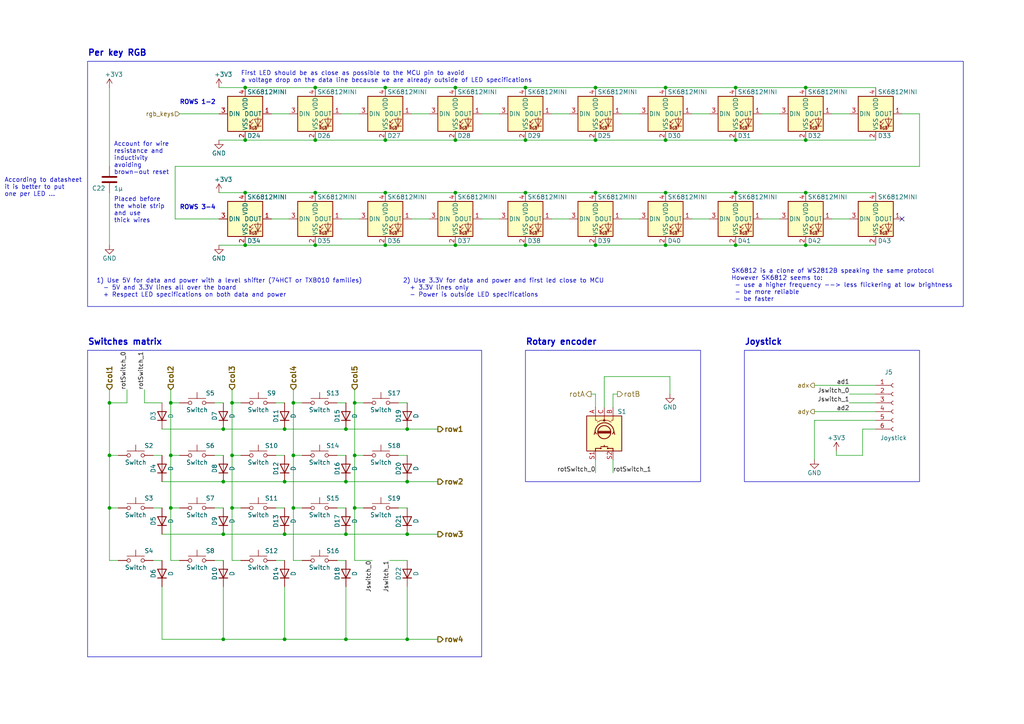
<source format=kicad_sch>
(kicad_sch (version 20230121) (generator eeschema)
  (paper "A4")
  (title_block (title "Keyboard_Matrix") (date "2023-07-02"))
  (lib_symbols
    (symbol "Connector:Conn_01x06_Socket" (pin_names (offset 1.016) hide)
      (property "Reference" "J" (at 0 7.62 0))
      (property "Value" "Conn_01x06_Socket" (at 0 -10.16 0))
      (symbol "Conn_01x06_Socket_1_1"
        (arc (start 0 -7.112) (mid -0.5058 -7.62) (end 0 -8.128) (stroke (width 0.1524)))
        (arc (start 0 -4.572) (mid -0.5058 -5.08) (end 0 -5.588) (stroke (width 0.1524)))
        (arc (start 0 -2.032) (mid -0.5058 -2.54) (end 0 -3.048) (stroke (width 0.1524)))
        (polyline (pts (xy -1.27 -7.62) (xy -0.508 -7.62)) (stroke (width 0.1524)))
        (polyline (pts (xy -1.27 -5.08) (xy -0.508 -5.08)) (stroke (width 0.1524)))
        (polyline (pts (xy -1.27 -2.54) (xy -0.508 -2.54)) (stroke (width 0.1524)))
        (polyline (pts (xy -1.27 0) (xy -0.508 0)) (stroke (width 0.1524)))
        (polyline (pts (xy -1.27 2.54) (xy -0.508 2.54)) (stroke (width 0.1524)))
        (polyline (pts (xy -1.27 5.08) (xy -0.508 5.08)) (stroke (width 0.1524)))
        (arc (start 0 0.508) (mid -0.5058 0) (end 0 -0.508) (stroke (width 0.1524)))
        (arc (start 0 3.048) (mid -0.5058 2.54) (end 0 2.032) (stroke (width 0.1524)))
        (arc (start 0 5.588) (mid -0.5058 5.08) (end 0 4.572) (stroke (width 0.1524)))
        (pin passive line (at -5.08 5.08 0) (length 3.81) (name "Pin_1") (number "1") (alternate "" input line))
        (pin passive line (at -5.08 2.54 0) (length 3.81) (name "Pin_2") (number "2") (alternate "" input line))
        (pin passive line (at -5.08 0 0) (length 3.81) (name "Pin_3") (number "3") (alternate "" input line))
        (pin passive line (at -5.08 -2.54 0) (length 3.81) (name "Pin_4") (number "4") (alternate "" input line))
        (pin passive line (at -5.08 -5.08 0) (length 3.81) (name "Pin_5") (number "5"))
        (pin passive line (at -5.08 -7.62 0) (length 3.81) (name "Pin_6") (number "6"))
      )
    )
    (symbol "Device:C" (pin_numbers hide) (pin_names (offset 0.254))
      (property "Reference" "C" (at 0.635 2.54 0))
      (property "Value" "C" (at 0.635 -2.54 0))
      (symbol "C_0_1"
        (polyline (pts (xy -2.032 -0.762) (xy 2.032 -0.762)) (stroke (width 0.508)))
        (polyline (pts (xy -2.032 0.762) (xy 2.032 0.762)) (stroke (width 0.508)))
      )
      (symbol "C_1_1"
        (pin passive line (at 0 3.81 270) (length 2.794) (name "~") (number "1"))
        (pin passive line (at 0 -3.81 90) (length 2.794) (name "~") (number "2"))
      )
    )
    (symbol "Device:D" (pin_numbers hide) (pin_names (offset 1.016) hide)
      (property "Reference" "D" (at 0 2.54 0))
      (property "Value" "D" (at 0 -2.54 0))
      (symbol "D_0_1"
        (polyline (pts (xy -1.27 1.27) (xy -1.27 -1.27)) (stroke (width 0.254)))
        (polyline (pts (xy 1.27 0) (xy -1.27 0)))
        (polyline (pts (xy 1.27 1.27) (xy 1.27 -1.27) (xy -1.27 0) (xy 1.27 1.27)) (stroke (width 0.254)))
      )
      (symbol "D_1_1"
        (pin passive line (at -3.81 0 0) (length 2.54) (name "K") (number "1"))
        (pin passive line (at 3.81 0 180) (length 2.54) (name "A") (number "2"))
      )
    )
    (symbol "Device:RotaryEncoder_Switch" (pin_names (offset 0.254) hide)
      (property "Reference" "SW" (at 0 6.604 0))
      (property "Value" "RotaryEncoder_Switch" (at 0 -6.604 0))
      (symbol "RotaryEncoder_Switch_0_1"
        (rectangle (start -5.08 5.08) (end 5.08 -5.08) (stroke (width 0.254)) (fill (type background)))
        (circle (center -3.81 0) (radius 0.254) (fill (type outline)))
        (circle (center -0.381 0) (radius 1.905) (stroke (width 0.254)))
        (arc (start -0.381 2.667) (mid -3.0988 -0.0635) (end -0.381 -2.794) (stroke (width 0.254)))
        (polyline (pts (xy -0.635 -1.778) (xy -0.635 1.778)) (stroke (width 0.254)))
        (polyline (pts (xy -0.381 -1.778) (xy -0.381 1.778)) (stroke (width 0.254)))
        (polyline (pts (xy -0.127 1.778) (xy -0.127 -1.778)) (stroke (width 0.254)))
        (polyline (pts (xy 3.81 0) (xy 3.429 0)) (stroke (width 0.254)))
        (polyline (pts (xy 3.81 1.016) (xy 3.81 -1.016)) (stroke (width 0.254)))
        (polyline (pts (xy -5.08 -2.54) (xy -3.81 -2.54) (xy -3.81 -2.032)))
        (polyline (pts (xy -5.08 2.54) (xy -3.81 2.54) (xy -3.81 2.032)))
        (polyline (pts (xy 0.254 -3.048) (xy -0.508 -2.794) (xy 0.127 -2.413)) (stroke (width 0.254)))
        (polyline (pts (xy 0.254 2.921) (xy -0.508 2.667) (xy 0.127 2.286)) (stroke (width 0.254)))
        (polyline (pts (xy 5.08 -2.54) (xy 4.318 -2.54) (xy 4.318 -1.016)) (stroke (width 0.254)))
        (polyline (pts (xy 5.08 2.54) (xy 4.318 2.54) (xy 4.318 1.016)) (stroke (width 0.254)))
        (polyline (pts (xy -5.08 0) (xy -3.81 0) (xy -3.81 -1.016) (xy -3.302 -2.032)))
        (polyline (pts (xy -4.318 0) (xy -3.81 0) (xy -3.81 1.016) (xy -3.302 2.032)))
        (circle (center 4.318 -1.016) (radius 0.127) (stroke (width 0.254)))
        (circle (center 4.318 1.016) (radius 0.127) (stroke (width 0.254)))
      )
      (symbol "RotaryEncoder_Switch_1_1"
        (pin passive line (at -7.62 2.54 0) (length 2.54) (name "A") (number "A"))
        (pin passive line (at -7.62 -2.54 0) (length 2.54) (name "B") (number "B"))
        (pin passive line (at -7.62 0 0) (length 2.54) (name "C") (number "C"))
        (pin passive line (at 7.62 2.54 180) (length 2.54) (name "S1") (number "S1"))
        (pin passive line (at 7.62 -2.54 180) (length 2.54) (name "S2") (number "S2"))
      )
    )
    (symbol "LED:SK6812MINI" (pin_names (offset 0.254))
      (property "Reference" "D" (at 5.08 5.715 0))
      (property "Value" "SK6812MINI" (at 1.27 -5.715 0))
      (symbol "SK6812MINI_0_0"
        (text "RGB" (at 2.286 -4.191 0) (effects (font (size 0.762 0.762))))
      )
      (symbol "SK6812MINI_0_1"
        (polyline (pts (xy 1.27 -3.556) (xy 1.778 -3.556)))
        (polyline (pts (xy 1.27 -2.54) (xy 1.778 -2.54)))
        (polyline (pts (xy 4.699 -3.556) (xy 2.667 -3.556)))
        (polyline (pts (xy 2.286 -2.54) (xy 1.27 -3.556) (xy 1.27 -3.048)))
        (polyline (pts (xy 2.286 -1.524) (xy 1.27 -2.54) (xy 1.27 -2.032)))
        (polyline (pts (xy 3.683 -1.016) (xy 3.683 -3.556) (xy 3.683 -4.064)))
        (polyline (pts (xy 4.699 -1.524) (xy 2.667 -1.524) (xy 3.683 -3.556) (xy 4.699 -1.524)))
        (rectangle (start 5.08 5.08) (end -5.08 -5.08) (stroke (width 0.254)) (fill (type background)))
      )
      (symbol "SK6812MINI_1_1"
        (pin output line (at 7.62 0 180) (length 2.54) (name "DOUT") (number "1"))
        (pin power_in line (at 0 -7.62 90) (length 2.54) (name "VSS") (number "2"))
        (pin input line (at -7.62 0 0) (length 2.54) (name "DIN") (number "3"))
        (pin power_in line (at 0 7.62 270) (length 2.54) (name "VDD") (number "4"))
      )
    )
    (symbol "Switch:SW_Push" (pin_numbers hide) (pin_names (offset 1.016) hide)
      (property "Reference" "SW" (at 1.27 2.54 0))
      (property "Value" "SW_Push" (at 0 -1.524 0))
      (symbol "SW_Push_0_1"
        (circle (center -2.032 0) (radius 0.508))
        (polyline (pts (xy 0 1.27) (xy 0 3.048)))
        (polyline (pts (xy 2.54 1.27) (xy -2.54 1.27)))
        (circle (center 2.032 0) (radius 0.508))
        (pin passive line (at -5.08 0 0) (length 2.54) (name "1") (number "1"))
        (pin passive line (at 5.08 0 180) (length 2.54) (name "2") (number "2"))
      )
    )
    (symbol "power:+3.3V" (power) (pin_names (offset 0))
      (property "Value" "+3.3V" (at 0 3.556 0))
      (symbol "+3.3V_0_1"
        (polyline (pts (xy -0.762 1.27) (xy 0 2.54)))
        (polyline (pts (xy 0 0) (xy 0 2.54)))
        (polyline (pts (xy 0 2.54) (xy 0.762 1.27)))
      )
      (symbol "+3.3V_1_1"
        (pin power_in line (at 0 0 90) (length 0) hide (name "+3V3") (number "1"))
      )
    )
    (symbol "power:GND" (power) (pin_names (offset 0))
      (property "Value" "GND" (at 0 -3.81 0))
      (symbol "GND_0_1"
        (polyline (pts (xy 0 0) (xy 0 -1.27) (xy 1.27 -1.27) (xy 0 -2.54) (xy -1.27 -1.27) (xy 0 -1.27)))
      )
      (symbol "GND_1_1"
        (pin power_in line (at 0 0 270) (length 0) hide (name "GND") (number "1"))
      )
    )
  )
  (junction (at 100.33 154.94))
  (junction (at 118.11 124.46))
  (junction (at 193.04 55.88))
  (junction (at 213.36 25.4))
  (junction (at 91.44 55.88))
  (junction (at 100.33 185.42))
  (junction (at 91.44 71.12))
  (junction (at 31.75 147.32))
  (junction (at 82.55 139.7))
  (junction (at 102.87 116.84))
  (junction (at 118.11 185.42))
  (junction (at 118.11 139.7))
  (junction (at 85.09 132.08))
  (junction (at 193.04 25.4))
  (junction (at 71.12 25.4))
  (junction (at 67.31 147.32))
  (junction (at 82.55 185.42))
  (junction (at 100.33 139.7))
  (junction (at 49.53 147.32))
  (junction (at 64.77 185.42))
  (junction (at 102.87 132.08))
  (junction (at 172.72 55.88))
  (junction (at 172.72 40.64))
  (junction (at 213.36 71.12))
  (junction (at 111.76 55.88))
  (junction (at 132.08 55.88))
  (junction (at 102.87 147.32))
  (junction (at 193.04 40.64))
  (junction (at 64.77 154.94))
  (junction (at 132.08 25.4))
  (junction (at 31.75 132.08))
  (junction (at 132.08 40.64))
  (junction (at 233.68 40.64))
  (junction (at 71.12 71.12))
  (junction (at 91.44 25.4))
  (junction (at 193.04 71.12))
  (junction (at 85.09 147.32))
  (junction (at 111.76 25.4))
  (junction (at 64.77 139.7))
  (junction (at 233.68 25.4))
  (junction (at 31.75 116.84))
  (junction (at 49.53 116.84))
  (junction (at 152.4 40.64))
  (junction (at 213.36 55.88))
  (junction (at 233.68 55.88))
  (junction (at 213.36 40.64))
  (junction (at 111.76 71.12))
  (junction (at 91.44 40.64))
  (junction (at 71.12 40.64))
  (junction (at 233.68 71.12))
  (junction (at 172.72 71.12))
  (junction (at 71.12 55.88))
  (junction (at 67.31 132.08))
  (junction (at 82.55 124.46))
  (junction (at 152.4 25.4))
  (junction (at 118.11 154.94))
  (junction (at 152.4 55.88))
  (junction (at 100.33 124.46))
  (junction (at 85.09 116.84))
  (junction (at 49.53 132.08))
  (junction (at 82.55 154.94))
  (junction (at 64.77 124.46))
  (junction (at 132.08 71.12))
  (junction (at 152.4 71.12))
  (junction (at 111.76 40.64))
  (junction (at 67.31 116.84))
  (junction (at 172.72 25.4))
  (no_connect (at 261.62 63.5))
  (wire (pts (xy 118.11 139.7) (xy 127 139.7)))
  (wire (pts (xy 31.75 132.08) (xy 34.29 132.08)))
  (wire (pts (xy 100.33 154.94) (xy 118.11 154.94)))
  (wire (pts (xy 49.53 147.32) (xy 52.07 147.32)))
  (wire (pts (xy 132.08 55.88) (xy 152.4 55.88)))
  (wire (pts (xy 50.8 48.26) (xy 50.8 63.5)))
  (wire (pts (xy 67.31 162.56) (xy 69.85 162.56)))
  (wire (pts (xy 213.36 71.12) (xy 233.68 71.12)))
  (wire (pts (xy 80.01 116.84) (xy 82.55 116.84)))
  (wire (pts (xy 102.87 162.56) (xy 107.95 162.56)))
  (wire (pts (xy 49.53 147.32) (xy 49.53 162.56)))
  (wire (pts (xy 175.26 109.22) (xy 175.26 118.11)))
  (wire (pts (xy 194.31 109.22) (xy 175.26 109.22)))
  (wire (pts (xy 111.76 55.88) (xy 132.08 55.88)))
  (wire (pts (xy 85.09 147.32) (xy 87.63 147.32)))
  (wire (pts (xy 50.8 63.5) (xy 63.5 63.5)))
  (wire (pts (xy 67.31 132.08) (xy 67.31 147.32)))
  (wire (pts (xy 85.09 162.56) (xy 87.63 162.56)))
  (wire (pts (xy 172.72 40.64) (xy 152.4 40.64)))
  (wire (pts (xy 233.68 55.88) (xy 254 55.88)))
  (wire (pts (xy 62.23 116.84) (xy 64.77 116.84)))
  (wire (pts (xy 172.72 25.4) (xy 193.04 25.4)))
  (wire (pts (xy 152.4 55.88) (xy 172.72 55.88)))
  (wire (pts (xy 160.02 63.5) (xy 165.1 63.5)))
  (wire (pts (xy 220.98 63.5) (xy 226.06 63.5)))
  (wire (pts (xy 49.53 132.08) (xy 49.53 147.32)))
  (wire (pts (xy 100.33 185.42) (xy 100.33 170.18)))
  (wire (pts (xy 49.53 132.08) (xy 52.07 132.08)))
  (wire (pts (xy 250.19 124.46) (xy 250.19 132.08)))
  (wire (pts (xy 97.79 162.56) (xy 100.33 162.56)))
  (wire (pts (xy 67.31 116.84) (xy 69.85 116.84)))
  (wire (pts (xy 80.01 162.56) (xy 82.55 162.56)))
  (wire (pts (xy 64.77 170.18) (xy 64.77 185.42)))
  (wire (pts (xy 132.08 25.4) (xy 152.4 25.4)))
  (wire (pts (xy 31.75 147.32) (xy 34.29 147.32)))
  (wire (pts (xy 119.38 33.02) (xy 124.46 33.02)))
  (wire (pts (xy 82.55 170.18) (xy 82.55 185.42)))
  (wire (pts (xy 31.75 162.56) (xy 34.29 162.56)))
  (wire (pts (xy 254 121.92) (xy 236.22 121.92)))
  (wire (pts (xy 67.31 147.32) (xy 69.85 147.32)))
  (wire (pts (xy 246.38 116.84) (xy 254 116.84)))
  (wire (pts (xy 172.72 133.35) (xy 172.72 137.16)))
  (wire (pts (xy 172.72 40.64) (xy 193.04 40.64)))
  (wire (pts (xy 49.53 162.56) (xy 52.07 162.56)))
  (wire (pts (xy 64.77 124.46) (xy 82.55 124.46)))
  (wire (pts (xy 213.36 25.4) (xy 233.68 25.4)))
  (wire (pts (xy 46.99 116.84) (xy 41.91 116.84)))
  (wire (pts (xy 85.09 116.84) (xy 87.63 116.84)))
  (wire (pts (xy 85.09 116.84) (xy 85.09 132.08)))
  (wire (pts (xy 62.23 132.08) (xy 64.77 132.08)))
  (wire (pts (xy 71.12 25.4) (xy 91.44 25.4)))
  (wire (pts (xy 241.3 63.5) (xy 246.38 63.5)))
  (wire (pts (xy 46.99 124.46) (xy 64.77 124.46)))
  (wire (pts (xy 31.75 55.88) (xy 31.75 71.12)))
  (wire (pts (xy 250.19 124.46) (xy 254 124.46)))
  (wire (pts (xy 85.09 147.32) (xy 85.09 162.56)))
  (wire (pts (xy 233.68 40.64) (xy 254 40.64)))
  (wire (pts (xy 172.72 71.12) (xy 193.04 71.12)))
  (wire (pts (xy 36.83 113.03) (xy 36.83 116.84)))
  (wire (pts (xy 71.12 71.12) (xy 91.44 71.12)))
  (wire (pts (xy 111.76 71.12) (xy 132.08 71.12)))
  (wire (pts (xy 236.22 119.38) (xy 254 119.38)))
  (wire (pts (xy 246.38 114.3) (xy 254 114.3)))
  (wire (pts (xy 97.79 116.84) (xy 100.33 116.84)))
  (wire (pts (xy 152.4 25.4) (xy 172.72 25.4)))
  (wire (pts (xy 115.57 147.32) (xy 118.11 147.32)))
  (wire (pts (xy 46.99 154.94) (xy 64.77 154.94)))
  (wire (pts (xy 71.12 55.88) (xy 91.44 55.88)))
  (wire (pts (xy 100.33 139.7) (xy 118.11 139.7)))
  (wire (pts (xy 44.45 132.08) (xy 46.99 132.08)))
  (wire (pts (xy 266.7 33.02) (xy 266.7 48.26)))
  (wire (pts (xy 63.5 71.12) (xy 71.12 71.12)))
  (wire (pts (xy 177.8 114.3) (xy 179.07 114.3)))
  (wire (pts (xy 80.01 132.08) (xy 82.55 132.08)))
  (wire (pts (xy 102.87 113.03) (xy 102.87 116.84)))
  (wire (pts (xy 52.07 33.02) (xy 63.5 33.02)))
  (wire (pts (xy 31.75 132.08) (xy 31.75 147.32)))
  (wire (pts (xy 46.99 139.7) (xy 64.77 139.7)))
  (wire (pts (xy 64.77 139.7) (xy 82.55 139.7)))
  (wire (pts (xy 119.38 63.5) (xy 124.46 63.5)))
  (wire (pts (xy 62.23 162.56) (xy 64.77 162.56)))
  (wire (pts (xy 200.66 33.02) (xy 205.74 33.02)))
  (wire (pts (xy 63.5 40.64) (xy 71.12 40.64)))
  (wire (pts (xy 63.5 55.88) (xy 71.12 55.88)))
  (wire (pts (xy 82.55 185.42) (xy 100.33 185.42)))
  (wire (pts (xy 180.34 63.5) (xy 185.42 63.5)))
  (wire (pts (xy 241.3 33.02) (xy 246.38 33.02)))
  (wire (pts (xy 152.4 71.12) (xy 172.72 71.12)))
  (wire (pts (xy 266.7 48.26) (xy 50.8 48.26)))
  (wire (pts (xy 177.8 114.3) (xy 177.8 118.11)))
  (wire (pts (xy 172.72 55.88) (xy 193.04 55.88)))
  (wire (pts (xy 31.75 25.4) (xy 31.75 48.26)))
  (wire (pts (xy 31.75 147.32) (xy 31.75 162.56)))
  (wire (pts (xy 99.06 33.02) (xy 104.14 33.02)))
  (wire (pts (xy 78.74 63.5) (xy 83.82 63.5)))
  (wire (pts (xy 100.33 185.42) (xy 118.11 185.42)))
  (wire (pts (xy 91.44 25.4) (xy 111.76 25.4)))
  (wire (pts (xy 200.66 63.5) (xy 205.74 63.5)))
  (wire (pts (xy 115.57 116.84) (xy 118.11 116.84)))
  (wire (pts (xy 213.36 40.64) (xy 193.04 40.64)))
  (wire (pts (xy 236.22 121.92) (xy 236.22 133.35)))
  (wire (pts (xy 132.08 71.12) (xy 152.4 71.12)))
  (wire (pts (xy 139.7 33.02) (xy 144.78 33.02)))
  (wire (pts (xy 111.76 40.64) (xy 91.44 40.64)))
  (wire (pts (xy 46.99 170.18) (xy 46.99 185.42)))
  (wire (pts (xy 67.31 147.32) (xy 67.31 162.56)))
  (wire (pts (xy 85.09 132.08) (xy 87.63 132.08)))
  (wire (pts (xy 139.7 63.5) (xy 144.78 63.5)))
  (wire (pts (xy 102.87 116.84) (xy 102.87 132.08)))
  (wire (pts (xy 78.74 33.02) (xy 83.82 33.02)))
  (wire (pts (xy 82.55 154.94) (xy 100.33 154.94)))
  (wire (pts (xy 71.12 40.64) (xy 91.44 40.64)))
  (wire (pts (xy 64.77 185.42) (xy 82.55 185.42)))
  (wire (pts (xy 46.99 162.56) (xy 44.45 162.56)))
  (wire (pts (xy 193.04 55.88) (xy 213.36 55.88)))
  (wire (pts (xy 91.44 55.88) (xy 111.76 55.88)))
  (wire (pts (xy 31.75 116.84) (xy 31.75 132.08)))
  (wire (pts (xy 118.11 154.94) (xy 127 154.94)))
  (wire (pts (xy 177.8 133.35) (xy 177.8 137.16)))
  (wire (pts (xy 67.31 113.03) (xy 67.31 116.84)))
  (wire (pts (xy 250.19 132.08) (xy 242.57 132.08)))
  (wire (pts (xy 102.87 116.84) (xy 105.41 116.84)))
  (wire (pts (xy 118.11 124.46) (xy 127 124.46)))
  (wire (pts (xy 193.04 71.12) (xy 213.36 71.12)))
  (wire (pts (xy 31.75 113.03) (xy 31.75 116.84)))
  (wire (pts (xy 82.55 139.7) (xy 100.33 139.7)))
  (wire (pts (xy 220.98 33.02) (xy 226.06 33.02)))
  (wire (pts (xy 261.62 33.02) (xy 266.7 33.02)))
  (wire (pts (xy 172.72 114.3) (xy 172.72 118.11)))
  (wire (pts (xy 233.68 71.12) (xy 254 71.12)))
  (wire (pts (xy 91.44 71.12) (xy 111.76 71.12)))
  (wire (pts (xy 236.22 111.76) (xy 254 111.76)))
  (wire (pts (xy 49.53 113.03) (xy 49.53 116.84)))
  (wire (pts (xy 102.87 132.08) (xy 105.41 132.08)))
  (wire (pts (xy 63.5 25.4) (xy 71.12 25.4)))
  (wire (pts (xy 118.11 170.18) (xy 118.11 185.42)))
  (wire (pts (xy 46.99 185.42) (xy 64.77 185.42)))
  (wire (pts (xy 41.91 116.84) (xy 41.91 113.03)))
  (wire (pts (xy 85.09 113.03) (xy 85.09 116.84)))
  (wire (pts (xy 82.55 124.46) (xy 100.33 124.46)))
  (wire (pts (xy 67.31 116.84) (xy 67.31 132.08)))
  (wire (pts (xy 113.03 162.56) (xy 118.11 162.56)))
  (wire (pts (xy 213.36 55.88) (xy 233.68 55.88)))
  (wire (pts (xy 172.72 114.3) (xy 171.45 114.3)))
  (wire (pts (xy 99.06 63.5) (xy 104.14 63.5)))
  (wire (pts (xy 36.83 116.84) (xy 31.75 116.84)))
  (wire (pts (xy 97.79 147.32) (xy 100.33 147.32)))
  (wire (pts (xy 64.77 154.94) (xy 82.55 154.94)))
  (wire (pts (xy 102.87 132.08) (xy 102.87 147.32)))
  (wire (pts (xy 44.45 147.32) (xy 46.99 147.32)))
  (wire (pts (xy 49.53 116.84) (xy 49.53 132.08)))
  (wire (pts (xy 213.36 40.64) (xy 233.68 40.64)))
  (wire (pts (xy 102.87 147.32) (xy 102.87 162.56)))
  (wire (pts (xy 242.57 132.08) (xy 242.57 130.81)))
  (wire (pts (xy 85.09 132.08) (xy 85.09 147.32)))
  (wire (pts (xy 193.04 25.4) (xy 213.36 25.4)))
  (wire (pts (xy 80.01 147.32) (xy 82.55 147.32)))
  (wire (pts (xy 194.31 114.3) (xy 194.31 109.22)))
  (wire (pts (xy 62.23 147.32) (xy 64.77 147.32)))
  (wire (pts (xy 102.87 147.32) (xy 105.41 147.32)))
  (wire (pts (xy 160.02 33.02) (xy 165.1 33.02)))
  (wire (pts (xy 132.08 40.64) (xy 111.76 40.64)))
  (wire (pts (xy 115.57 132.08) (xy 118.11 132.08)))
  (wire (pts (xy 49.53 116.84) (xy 52.07 116.84)))
  (wire (pts (xy 67.31 132.08) (xy 69.85 132.08)))
  (wire (pts (xy 97.79 132.08) (xy 100.33 132.08)))
  (wire (pts (xy 233.68 25.4) (xy 254 25.4)))
  (wire (pts (xy 111.76 25.4) (xy 132.08 25.4)))
  (wire (pts (xy 180.34 33.02) (xy 185.42 33.02)))
  (wire (pts (xy 118.11 185.42) (xy 127 185.42)))
  (wire (pts (xy 100.33 124.46) (xy 118.11 124.46)))
  (wire (pts (xy 152.4 40.64) (xy 132.08 40.64)))
  (rectangle (start 25.4 17.78) (end 279.4 88.9))
  (rectangle (start 152.4 101.6) (end 203.2 139.7))
  (rectangle (start 215.9 101.6) (end 266.7 139.7))
  (rectangle (start 25.4 101.6) (end 139.7 190.5))
  (text "Switches matrix" (at 25.4 100.33 0) (effects (font (size 1.778 1.778) (thickness 0.3556) bold) (justify left bottom)))
  (text "ROWS 1-2" (at 52.07 30.48 0) (effects (font (size 1.27 1.27) (thickness 0.254) bold) (justify left bottom)))
  (text "1) Use 5V for data and power with a level shifter (74HCT or TXB010 families)\n  - 5V and 3.3V lines all over the board\n  + Respect LED specifications on both data and power" (at 27.94 86.36 0) (effects (font (size 1.27 1.27)) (justify left bottom)))
  (text "Per key RGB" (at 25.4 16.51 0) (effects (font (size 1.778 1.778) (thickness 0.3556) bold) (justify left bottom)))
  (text "Account for wire \nresistance and\ninductivity\navoiding\nbrown-out reset" (at 33.02 50.8 0) (effects (font (size 1.27 1.27)) (justify left bottom)))
  (text "Rotary encoder" (at 152.4 100.33 0) (effects (font (size 1.778 1.778) (thickness 0.3556) bold) (justify left bottom)))
  (text "ROWS 3-4" (at 52.07 60.96 0) (effects (font (size 1.27 1.27) (thickness 0.254) bold) (justify left bottom)))
  (text "Joystick" (at 215.9 100.33 0) (effects (font (size 1.778 1.778) (thickness 0.3556) bold) (justify left bottom)))
  (text "Placed before\nthe whole strip\nand use\nthick wires" (at 33.02 64.77 0) (effects (font (size 1.27 1.27)) (justify left bottom)))
  (text "SK6812 is a clone of WS2812B speaking the same protocol\nHowever SK6812 seems to:\n - use a higher frequency --> less flickering at low brightness\n - be more reliable\n - be faster" (at 212.09 87.63 0) (effects (font (size 1.27 1.27)) (justify left bottom)))
  (text "First LED should be as close as possible to the MCU pin to avoid\na voltage drop on the data line because we are already outside of LED specifications" (at 69.85 24.13 0) (effects (font (size 1.27 1.27)) (justify left bottom)))
  (text "2) Use 3.3V for data and power and first led close to MCU\n  + 3.3V lines only\n  - Power is outside LED specifications" (at 116.84 86.36 0) (effects (font (size 1.27 1.27)) (justify left bottom)))
  (text "According to datasheet \nit is better to put\none per LED ..." (at 1.27 57.15 0) (effects (font (size 1.27 1.27)) (justify left bottom)))
  (label "rotSwitch_1" (at 41.91 113.03 90))
  (label "Jswitch_1" (at 113.03 162.56 270))
  (label "Jswitch_1" (at 246.38 116.84 180))
  (label "ad2" (at 246.38 119.38 180))
  (label "Jswitch_0" (at 107.95 162.56 270))
  (label "ad1" (at 246.38 111.76 180))
  (label "rotSwitch_0" (at 36.83 113.03 90))
  (label "rotSwitch_0" (at 172.72 137.16 180))
  (label "rotSwitch_1" (at 177.8 137.16 0))
  (label "Jswitch_0" (at 246.38 114.3 180))
  (hierarchical_label "col1" (shape input) (at 31.75 113.03 90) (effects (font (size 1.524 1.524) (thickness 0.3048) bold)))
  (hierarchical_label "ady" (shape output) (at 236.22 119.38 180))
  (hierarchical_label "rotB" (shape output) (at 179.07 114.3 0) (effects (font (size 1.524 1.524))))
  (hierarchical_label "col4" (shape input) (at 85.09 113.03 90) (effects (font (size 1.524 1.524) (thickness 0.3048) bold)))
  (hierarchical_label "row1" (shape output) (at 127 124.46 0) (effects (font (size 1.524 1.524) (thickness 0.3048) bold)))
  (hierarchical_label "col5" (shape input) (at 102.87 113.03 90) (effects (font (size 1.524 1.524) (thickness 0.3048) bold)))
  (hierarchical_label "rotA" (shape output) (at 171.45 114.3 180) (effects (font (size 1.524 1.524))))
  (hierarchical_label "row4" (shape output) (at 127 185.42 0) (effects (font (size 1.524 1.524) (thickness 0.3048) bold)))
  (hierarchical_label "col2" (shape input) (at 49.53 113.03 90) (effects (font (size 1.524 1.524) (thickness 0.3048) bold)))
  (hierarchical_label "adx" (shape output) (at 236.22 111.76 180))
  (hierarchical_label "row3" (shape output) (at 127 154.94 0) (effects (font (size 1.524 1.524) (thickness 0.3048) bold)))
  (hierarchical_label "rgb_keys" (shape input) (at 52.07 33.02 180))
  (hierarchical_label "col3" (shape input) (at 67.31 113.03 90) (effects (font (size 1.524 1.524) (thickness 0.3048) bold)))
  (hierarchical_label "row2" (shape output) (at 127 139.7 0) (effects (font (size 1.524 1.524) (thickness 0.3048) bold)))
  (symbol (lib_id "Device:D") (at 64.77 166.37 90) (unit 1)
    (property "Reference" "D10" (at 62.23 166.37 0))
    (property "Value" "D" (at 67.31 166.37 0))
    (property "Footprint" "Echinos:D_SOD-123" (effects hide))
    (property "LCSC" "C369920" (effects hide))
    (instances (project "Echinos" (path "" (reference "D10") (unit 1)) (path "" (reference "D11") (unit 1))))
  )
  (symbol (lib_id "LED:SK6812MINI") (at 132.08 63.5 0) (unit 1)
    (property "Reference" "D37" (at 134.62 69.85 0))
    (property "Value" "SK6812MINI" (at 138.43 57.15 0))
    (property "Footprint" "LED_SMD:LED_SK6812MINI_PLCC4_3.5x3.5mm_P1.75mm" (effects hide))
    (property "Datasheet" "https://cdn-shop.adafruit.com/product-files/2686/SK6812MINI_REV.01-1-2.pdf" (effects hide))
    (property "LCSC" "C2886570" (effects hide))
  )
  (symbol (lib_id "LED:SK6812MINI") (at 111.76 33.02 0) (unit 1)
    (property "Reference" "D27" (at 114.3 39.37 0))
    (property "Value" "SK6812MINI" (at 118.11 26.67 0))
    (property "Footprint" "LED_SMD:LED_SK6812MINI_PLCC4_3.5x3.5mm_P1.75mm" (effects hide))
    (property "Datasheet" "https://cdn-shop.adafruit.com/product-files/2686/SK6812MINI_REV.01-1-2.pdf" (effects hide))
    (property "LCSC" "C2886570" (effects hide))
  )
  (symbol (lib_id "LED:SK6812MINI") (at 172.72 33.02 0) (unit 1)
    (property "Reference" "D25" (at 175.26 39.37 0))
    (property "Value" "SK6812MINI" (at 179.07 26.67 0))
    (property "Footprint" "LED_SMD:LED_SK6812MINI_PLCC4_3.5x3.5mm_P1.75mm" (effects hide))
    (property "Datasheet" "https://cdn-shop.adafruit.com/product-files/2686/SK6812MINI_REV.01-1-2.pdf" (effects hide))
    (property "LCSC" "C2886570" (effects hide))
  )
  (symbol (lib_id "power:GND") (at 194.31 114.3 0) (unit 1)
    (property "Reference" "#PWR036" (effects hide))
    (property "Value" "GND" (at 194.31 118.11 0))
    (instances (project "Echinos" (path "" (reference "#PWR036") (unit 1)) (path "" (reference "#PWR039") (unit 1))))
  )
  (symbol (lib_id "Switch:SW_Push") (at 39.37 147.32 0) (unit 1)
    (property "Reference" "S3" (at 43.18 144.526 0))
    (property "Value" "Switch" (at 39.37 149.352 0))
    (property "Footprint" "Echinos:PG1350_hotswap" (effects hide))
    (instances (project "Echinos" (path "" (reference "S3") (unit 1)) (path "" (reference "S2") (unit 1))))
  )
  (symbol (lib_id "Device:D") (at 118.11 135.89 90) (unit 1)
    (property "Reference" "D20" (at 115.57 135.89 0))
    (property "Value" "D" (at 120.65 135.89 0))
    (property "Footprint" "Echinos:D_SOD-123" (effects hide))
    (property "Datasheet" "https://datasheet.lcsc.com/lcsc/1912111437_KEXIN-1N4148W_C369920.pdf" (effects hide))
    (property "LCSC" "C369920" (effects hide))
    (instances (project "Echinos" (path "" (reference "D20") (unit 1)) (path "" (reference "D21") (unit 1))))
  )
  (symbol (lib_id "Switch:SW_Push") (at 57.15 162.56 0) (unit 1)
    (property "Reference" "S8" (at 60.96 159.766 0))
    (property "Value" "Switch" (at 57.15 164.592 0))
    (property "Footprint" "Echinos:PG1350_hotswap" (effects hide))
    (instances (project "Echinos" (path "" (reference "S8") (unit 1)) (path "" (reference "S7") (unit 1))))
  )
  (symbol (lib_id "Switch:SW_Push") (at 74.93 147.32 0) (unit 1)
    (property "Reference" "S11" (at 78.74 144.526 0))
    (property "Value" "Switch" (at 74.93 149.352 0))
    (property "Footprint" "Echinos:PG1350_hotswap" (effects hide))
    (instances (project "Echinos" (path "" (reference "S11") (unit 1)) (path "" (reference "S10") (unit 1))))
  )
  (symbol (lib_id "Device:D") (at 100.33 166.37 90) (unit 1)
    (property "Reference" "D18" (at 97.79 166.37 0))
    (property "Value" "D" (at 102.87 166.37 0))
    (property "Footprint" "Echinos:D_SOD-123" (effects hide))
    (property "LCSC" "C369920" (effects hide))
    (instances (project "Echinos" (path "" (reference "D18") (unit 1)) (path "" (reference "D19") (unit 1))))
  )
  (symbol (lib_id "Switch:SW_Push") (at 92.71 116.84 0) (unit 1)
    (property "Reference" "S13" (at 96.52 114.046 0))
    (property "Value" "Switch" (at 92.71 118.872 0))
    (property "Footprint" "Echinos:PG1350_hotswap" (effects hide))
    (instances (project "Echinos" (path "" (reference "S13") (unit 1)) (path "" (reference "S12") (unit 1))))
  )
  (symbol (lib_id "Switch:SW_Push") (at 110.49 147.32 0) (unit 1)
    (property "Reference" "S19" (at 114.3 144.526 0))
    (property "Value" "Switch" (at 110.49 149.352 0))
    (property "Footprint" "Echinos:PG1350_hotswap" (effects hide))
    (instances (project "Echinos" (path "" (reference "S19") (unit 1)) (path "" (reference "S18") (unit 1))))
  )
  (symbol (lib_id "Device:D") (at 64.77 151.13 90) (unit 1)
    (property "Reference" "D9" (at 62.23 151.13 0))
    (property "Value" "D" (at 67.31 151.13 0))
    (property "Footprint" "Echinos:D_SOD-123" (effects hide))
    (property "LCSC" "C369920" (effects hide))
    (instances (project "Echinos" (path "" (reference "D9") (unit 1)) (path "" (reference "D10") (unit 1))))
  )
  (symbol (lib_id "LED:SK6812MINI") (at 172.72 63.5 0) (unit 1)
    (property "Reference" "D39" (at 175.26 69.85 0))
    (property "Value" "SK6812MINI" (at 179.07 57.15 0))
    (property "Footprint" "LED_SMD:LED_SK6812MINI_PLCC4_3.5x3.5mm_P1.75mm" (effects hide))
    (property "Datasheet" "https://cdn-shop.adafruit.com/product-files/2686/SK6812MINI_REV.01-1-2.pdf" (effects hide))
    (property "LCSC" "C2886570" (effects hide))
  )
  (symbol (lib_id "Device:D") (at 100.33 120.65 90) (unit 1)
    (property "Reference" "D15" (at 97.79 120.65 0))
    (property "Value" "D" (at 102.87 120.65 0))
    (property "Footprint" "Echinos:D_SOD-123" (effects hide))
    (property "LCSC" "C369920" (effects hide))
    (instances (project "Echinos" (path "" (reference "D15") (unit 1)) (path "" (reference "D16") (unit 1))))
  )
  (symbol (lib_id "Switch:SW_Push") (at 57.15 147.32 0) (unit 1)
    (property "Reference" "S7" (at 60.96 144.526 0))
    (property "Value" "Switch" (at 57.15 149.352 0))
    (property "Footprint" "Echinos:PG1350_hotswap" (effects hide))
    (instances (project "Echinos" (path "" (reference "S7") (unit 1)) (path "" (reference "S6") (unit 1))))
  )
  (symbol (lib_id "power:GND") (at 31.75 71.12 0) (unit 1)
    (property "Reference" "#PWR051" (effects hide))
    (property "Value" "GND" (at 31.75 74.93 0))
  )
  (symbol (lib_id "Switch:SW_Push") (at 57.15 132.08 0) (unit 1)
    (property "Reference" "S6" (at 60.96 129.286 0))
    (property "Value" "Switch" (at 57.15 134.112 0))
    (property "Footprint" "Echinos:PG1350_hotswap" (effects hide))
    (instances (project "Echinos" (path "" (reference "S6") (unit 1)) (path "" (reference "S5") (unit 1))))
  )
  (symbol (lib_id "Switch:SW_Push") (at 74.93 116.84 0) (unit 1)
    (property "Reference" "S9" (at 78.74 114.046 0))
    (property "Value" "Switch" (at 74.93 118.872 0))
    (property "Footprint" "Echinos:PG1350_hotswap" (effects hide))
    (instances (project "Echinos" (path "" (reference "S9") (unit 1)) (path "" (reference "S8") (unit 1))))
  )
  (symbol (lib_id "Device:D") (at 82.55 166.37 90) (unit 1)
    (property "Reference" "D14" (at 80.01 166.37 0))
    (property "Value" "D" (at 85.09 166.37 0))
    (property "Footprint" "Echinos:D_SOD-123" (effects hide))
    (property "LCSC" "C369920" (effects hide))
    (instances (project "Echinos" (path "" (reference "D14") (unit 1)) (path "" (reference "D15") (unit 1))))
  )
  (symbol (lib_id "LED:SK6812MINI") (at 213.36 33.02 0) (unit 1)
    (property "Reference" "D31" (at 215.9 39.37 0))
    (property "Value" "SK6812MINI" (at 219.71 26.67 0))
    (property "Footprint" "LED_SMD:LED_SK6812MINI_PLCC4_3.5x3.5mm_P1.75mm" (effects hide))
    (property "Datasheet" "https://cdn-shop.adafruit.com/product-files/2686/SK6812MINI_REV.01-1-2.pdf" (effects hide))
    (property "LCSC" "C2886570" (effects hide))
  )
  (symbol (lib_id "power:GND") (at 63.5 40.64 0) (unit 1)
    (property "Reference" "#PWR055" (effects hide))
    (property "Value" "GND" (at 63.5 44.45 0))
  )
  (symbol (lib_id "power:GND") (at 236.22 133.35 0) (unit 1)
    (property "Reference" "#PWR038" (effects hide))
    (property "Value" "GND" (at 236.22 137.16 0))
    (instances (project "Echinos" (path "" (reference "#PWR038") (unit 1)) (path "" (reference "#PWR038") (unit 1))) (project "ptechinos" (path "" (reference "#PWR012") (unit 1))))
  )
  (symbol (lib_id "LED:SK6812MINI") (at 193.04 63.5 0) (unit 1)
    (property "Reference" "D40" (at 195.58 69.85 0))
    (property "Value" "SK6812MINI" (at 199.39 57.15 0))
    (property "Footprint" "LED_SMD:LED_SK6812MINI_PLCC4_3.5x3.5mm_P1.75mm" (effects hide))
    (property "Datasheet" "https://cdn-shop.adafruit.com/product-files/2686/SK6812MINI_REV.01-1-2.pdf" (effects hide))
    (property "LCSC" "C2886570" (effects hide))
  )
  (symbol (lib_id "LED:SK6812MINI") (at 193.04 33.02 0) (unit 1)
    (property "Reference" "D30" (at 195.58 39.37 0))
    (property "Value" "SK6812MINI" (at 199.39 26.67 0))
    (property "Footprint" "LED_SMD:LED_SK6812MINI_PLCC4_3.5x3.5mm_P1.75mm" (effects hide))
    (property "Datasheet" "https://cdn-shop.adafruit.com/product-files/2686/SK6812MINI_REV.01-1-2.pdf" (effects hide))
    (property "LCSC" "C2886570" (effects hide))
  )
  (symbol (lib_id "Device:D") (at 118.11 151.13 90) (unit 1)
    (property "Reference" "D21" (at 115.57 151.13 0))
    (property "Value" "D" (at 120.65 151.13 0))
    (property "Footprint" "Echinos:D_SOD-123" (effects hide))
    (property "LCSC" "C369920" (effects hide))
    (instances (project "Echinos" (path "" (reference "D21") (unit 1)) (path "" (reference "D22") (unit 1))) (project "ptechinos" (path "" (reference "D19") (unit 1))))
  )
  (symbol (lib_id "Device:D") (at 64.77 135.89 90) (unit 1)
    (property "Reference" "D8" (at 62.23 135.89 0))
    (property "Value" "D" (at 67.31 135.89 0))
    (property "Footprint" "Echinos:D_SOD-123" (effects hide))
    (property "LCSC" "C369920" (effects hide))
    (instances (project "Echinos" (path "" (reference "D8") (unit 1)) (path "" (reference "D9") (unit 1))))
  )
  (symbol (lib_id "Switch:SW_Push") (at 57.15 116.84 0) (unit 1)
    (property "Reference" "S5" (at 60.96 114.046 0))
    (property "Value" "Switch" (at 57.15 118.872 0))
    (property "Footprint" "Echinos:PG1350_hotswap" (effects hide))
    (instances (project "Echinos" (path "" (reference "S5") (unit 1)) (path "" (reference "S4") (unit 1))))
  )
  (symbol (lib_id "LED:SK6812MINI") (at 152.4 63.5 0) (unit 1)
    (property "Reference" "D38" (at 154.94 69.85 0))
    (property "Value" "SK6812MINI" (at 158.75 57.15 0))
    (property "Footprint" "LED_SMD:LED_SK6812MINI_PLCC4_3.5x3.5mm_P1.75mm" (effects hide))
    (property "Datasheet" "https://cdn-shop.adafruit.com/product-files/2686/SK6812MINI_REV.01-1-2.pdf" (effects hide))
    (property "LCSC" "C2886570" (effects hide))
  )
  (symbol (lib_id "Switch:SW_Push") (at 92.71 132.08 0) (unit 1)
    (property "Reference" "S14" (at 96.52 129.286 0))
    (property "Value" "Switch" (at 92.71 134.112 0))
    (property "Footprint" "Echinos:PG1350_hotswap" (effects hide))
    (instances (project "Echinos" (path "" (reference "S14") (unit 1)) (path "" (reference "S13") (unit 1))))
  )
  (symbol (lib_id "Device:D") (at 100.33 135.89 90) (unit 1)
    (property "Reference" "D16" (at 97.79 135.89 0))
    (property "Value" "D" (at 102.87 135.89 0))
    (property "Footprint" "Echinos:D_SOD-123" (effects hide))
    (property "LCSC" "C369920" (effects hide))
    (instances (project "Echinos" (path "" (reference "D16") (unit 1)) (path "" (reference "D17") (unit 1))))
  )
  (symbol (lib_id "Device:D") (at 64.77 120.65 90) (unit 1)
    (property "Reference" "D7" (at 62.23 120.65 0))
    (property "Value" "D" (at 67.31 120.65 0))
    (property "Footprint" "Echinos:D_SOD-123" (effects hide))
    (property "LCSC" "C369920" (effects hide))
    (instances (project "Echinos" (path "" (reference "D7") (unit 1)) (path "" (reference "D8") (unit 1))))
  )
  (symbol (lib_id "LED:SK6812MINI") (at 233.68 33.02 0) (unit 1)
    (property "Reference" "D32" (at 236.22 39.37 0))
    (property "Value" "SK6812MINI" (at 240.03 26.67 0))
    (property "Footprint" "LED_SMD:LED_SK6812MINI_PLCC4_3.5x3.5mm_P1.75mm" (effects hide))
    (property "Datasheet" "https://cdn-shop.adafruit.com/product-files/2686/SK6812MINI_REV.01-1-2.pdf" (effects hide))
    (property "LCSC" "C2886570" (effects hide))
  )
  (symbol (lib_id "LED:SK6812MINI") (at 111.76 63.5 0) (unit 1)
    (property "Reference" "D36" (at 114.3 69.85 0))
    (property "Value" "SK6812MINI" (at 118.11 57.15 0))
    (property "Footprint" "LED_SMD:LED_SK6812MINI_PLCC4_3.5x3.5mm_P1.75mm" (effects hide))
    (property "Datasheet" "https://cdn-shop.adafruit.com/product-files/2686/SK6812MINI_REV.01-1-2.pdf" (effects hide))
    (property "LCSC" "C2886570" (effects hide))
  )
  (symbol (lib_id "Device:D") (at 82.55 135.89 90) (unit 1)
    (property "Reference" "D12" (at 80.01 135.89 0))
    (property "Value" "D" (at 85.09 135.89 0))
    (property "Footprint" "Echinos:D_SOD-123" (effects hide))
    (property "LCSC" "C369920" (effects hide))
    (instances (project "Echinos" (path "" (reference "D12") (unit 1)) (path "" (reference "D13") (unit 1))))
  )
  (symbol (lib_id "Device:D") (at 82.55 120.65 90) (unit 1)
    (property "Reference" "D11" (at 80.01 120.65 0))
    (property "Value" "D" (at 85.09 120.65 0))
    (property "Footprint" "Echinos:D_SOD-123" (effects hide))
    (property "LCSC" "C369920" (effects hide))
    (instances (project "Echinos" (path "" (reference "D11") (unit 1)) (path "" (reference "D12") (unit 1))))
  )
  (symbol (lib_id "Device:D") (at 118.11 166.37 90) (unit 1)
    (property "Reference" "D22" (at 115.57 166.37 0))
    (property "Value" "D" (at 120.65 166.37 0))
    (property "Footprint" "Echinos:D_SOD-123" (effects hide))
    (property "LCSC" "C369920" (effects hide))
    (instances (project "Echinos" (path "" (reference "D22") (unit 1)) (path "" (reference "D23") (unit 1))))
  )
  (symbol (lib_id "LED:SK6812MINI") (at 254 63.5 0) (unit 1)
    (property "Reference" "D43" (at 256.54 69.85 0))
    (property "Value" "SK6812MINI" (at 260.35 57.15 0))
    (property "Footprint" "LED_SMD:LED_SK6812MINI_PLCC4_3.5x3.5mm_P1.75mm" (effects hide))
    (property "Datasheet" "https://cdn-shop.adafruit.com/product-files/2686/SK6812MINI_REV.01-1-2.pdf" (effects hide))
    (property "LCSC" "C2886570" (effects hide))
  )
  (symbol (lib_id "Switch:SW_Push") (at 110.49 116.84 0) (unit 1)
    (property "Reference" "S17" (at 114.3 114.046 0))
    (property "Value" "Switch" (at 110.49 118.872 0))
    (property "Footprint" "Echinos:PG1350_hotswap" (effects hide))
    (instances (project "Echinos" (path "" (reference "S17") (unit 1)) (path "" (reference "S16") (unit 1))))
  )
  (symbol (lib_id "power:+3.3V") (at 63.5 25.4 0) (unit 1)
    (property "Reference" "#PWR053" (effects hide))
    (property "Value" "+3.3V" (at 64.77 21.59 0))
  )
  (symbol (lib_id "power:+3.3V") (at 31.75 25.4 0) (unit 1)
    (property "Reference" "#PWR050" (effects hide))
    (property "Value" "+3.3V" (at 33.02 21.59 0))
  )
  (symbol (lib_id "Device:D") (at 46.99 120.65 90) (unit 1)
    (property "Reference" "D3" (at 44.45 120.65 0))
    (property "Value" "D" (at 49.53 120.65 0))
    (property "Footprint" "Echinos:D_SOD-123" (effects hide))
    (property "LCSC" "C369920" (effects hide))
    (instances (project "Echinos" (path "" (reference "D3") (unit 1)) (path "" (reference "D4") (unit 1))))
  )
  (symbol (lib_id "Connector:Conn_01x06_Socket") (at 259.08 116.84 0) (unit 1)
    (property "Reference" "J5" (at 256.54 107.95 0) (effects (justify left)))
    (property "Value" "Joystick" (at 255.27 127 0) (effects (justify left)))
    (property "Footprint" "Fuse:Fuse_0603_1608Metric_Pad1.05x0.95mm_HandSolder" (effects hide))
  )
  (symbol (lib_id "Switch:SW_Push") (at 74.93 132.08 0) (unit 1)
    (property "Reference" "S10" (at 78.74 129.286 0))
    (property "Value" "Switch" (at 74.93 134.112 0))
    (property "Footprint" "Echinos:PG1350_hotswap" (effects hide))
    (instances (project "Echinos" (path "" (reference "S10") (unit 1)) (path "" (reference "S9") (unit 1))))
  )
  (symbol (lib_id "LED:SK6812MINI") (at 213.36 63.5 0) (unit 1)
    (property "Reference" "D41" (at 215.9 69.85 0))
    (property "Value" "SK6812MINI" (at 219.71 57.15 0))
    (property "Footprint" "LED_SMD:LED_SK6812MINI_PLCC4_3.5x3.5mm_P1.75mm" (effects hide))
    (property "Datasheet" "https://cdn-shop.adafruit.com/product-files/2686/SK6812MINI_REV.01-1-2.pdf" (effects hide))
    (property "LCSC" "C2886570" (effects hide))
  )
  (symbol (lib_id "Switch:SW_Push") (at 39.37 132.08 0) (unit 1)
    (property "Reference" "S2" (at 43.18 129.286 0))
    (property "Value" "Switch" (at 39.37 134.112 0))
    (property "Footprint" "Echinos:PG1350_hotswap" (effects hide))
    (instances (project "Echinos" (path "" (reference "S2") (unit 1)) (path "" (reference "S1") (unit 1))))
  )
  (symbol (lib_id "LED:SK6812MINI") (at 91.44 63.5 0) (unit 1)
    (property "Reference" "D35" (at 93.98 69.85 0))
    (property "Value" "SK6812MINI" (at 97.79 57.15 0))
    (property "Footprint" "LED_SMD:LED_SK6812MINI_PLCC4_3.5x3.5mm_P1.75mm" (effects hide))
    (property "Datasheet" "https://cdn-shop.adafruit.com/product-files/2686/SK6812MINI_REV.01-1-2.pdf" (effects hide))
    (property "LCSC" "C2886570" (effects hide))
  )
  (symbol (lib_id "LED:SK6812MINI") (at 132.08 33.02 0) (unit 1)
    (property "Reference" "D28" (at 134.62 39.37 0))
    (property "Value" "SK6812MINI" (at 138.43 26.67 0))
    (property "Footprint" "LED_SMD:LED_SK6812MINI_PLCC4_3.5x3.5mm_P1.75mm" (effects hide))
    (property "Datasheet" "https://cdn-shop.adafruit.com/product-files/2686/SK6812MINI_REV.01-1-2.pdf" (effects hide))
    (property "LCSC" "C2886570" (effects hide))
  )
  (symbol (lib_id "Device:D") (at 46.99 151.13 90) (unit 1)
    (property "Reference" "D5" (at 44.45 151.13 0))
    (property "Value" "D" (at 49.53 151.13 0))
    (property "Footprint" "Echinos:D_SOD-123" (effects hide))
    (property "LCSC" "C369920" (effects hide))
    (instances (project "Echinos" (path "" (reference "D5") (unit 1)) (path "" (reference "D6") (unit 1))))
  )
  (symbol (lib_id "LED:SK6812MINI") (at 71.12 33.02 0) (unit 1)
    (property "Reference" "D24" (at 73.66 39.37 0))
    (property "Value" "SK6812MINI" (at 77.47 26.67 0))
    (property "Footprint" "LED_SMD:LED_SK6812MINI_PLCC4_3.5x3.5mm_P1.75mm" (effects hide))
    (property "Datasheet" "https://cdn-shop.adafruit.com/product-files/2686/SK6812MINI_REV.01-1-2.pdf" (effects hide))
    (property "LCSC" "C2886570" (effects hide))
  )
  (symbol (lib_id "power:+3.3V") (at 242.57 130.81 0) (unit 1)
    (property "Reference" "#PWR034" (effects hide))
    (property "Value" "+3.3V" (at 242.57 127 0))
    (instances (project "Echinos" (path "" (reference "#PWR034") (unit 1)) (path "" (reference "#PWR039") (unit 1)) (path "" (reference "#PWR040") (unit 1))))
  )
  (symbol (lib_id "Switch:SW_Push") (at 110.49 132.08 0) (unit 1)
    (property "Reference" "S18" (at 114.3 129.286 0))
    (property "Value" "Switch" (at 110.49 134.112 0))
    (property "Footprint" "Echinos:PG1350_hotswap" (effects hide))
    (instances (project "Echinos" (path "" (reference "S18") (unit 1)) (path "" (reference "S17") (unit 1))))
  )
  (symbol (lib_id "power:GND") (at 63.5 71.12 0) (unit 1)
    (property "Reference" "#PWR054" (effects hide))
    (property "Value" "GND" (at 63.5 74.93 0))
  )
  (symbol (lib_id "Switch:SW_Push") (at 74.93 162.56 0) (unit 1)
    (property "Reference" "S12" (at 78.74 159.766 0))
    (property "Value" "Switch" (at 74.93 164.592 0))
    (property "Footprint" "Echinos:PG1350_hotswap" (effects hide))
    (instances (project "Echinos" (path "" (reference "S12") (unit 1)) (path "" (reference "S11") (unit 1))))
  )
  (symbol (lib_id "LED:SK6812MINI") (at 91.44 33.02 0) (unit 1)
    (property "Reference" "D26" (at 93.98 39.37 0))
    (property "Value" "SK6812MINI" (at 97.79 26.67 0))
    (property "Footprint" "LED_SMD:LED_SK6812MINI_PLCC4_3.5x3.5mm_P1.75mm" (effects hide))
    (property "Datasheet" "https://cdn-shop.adafruit.com/product-files/2686/SK6812MINI_REV.01-1-2.pdf" (effects hide))
    (property "LCSC" "C2886570" (effects hide))
  )
  (symbol (lib_id "Device:D") (at 82.55 151.13 90) (unit 1)
    (property "Reference" "D13" (at 80.01 151.13 0))
    (property "Value" "D" (at 85.09 151.13 0))
    (property "Footprint" "Echinos:D_SOD-123" (effects hide))
    (property "LCSC" "C369920" (effects hide))
    (instances (project "Echinos" (path "" (reference "D13") (unit 1)) (path "" (reference "D14") (unit 1))))
  )
  (symbol (lib_id "LED:SK6812MINI") (at 254 33.02 0) (unit 1)
    (property "Reference" "D33" (at 256.54 39.37 0))
    (property "Value" "SK6812MINI" (at 260.35 26.67 0))
    (property "Footprint" "LED_SMD:LED_SK6812MINI_PLCC4_3.5x3.5mm_P1.75mm" (effects hide))
    (property "Datasheet" "https://cdn-shop.adafruit.com/product-files/2686/SK6812MINI_REV.01-1-2.pdf" (effects hide))
    (property "LCSC" "C2886570" (effects hide))
  )
  (symbol (lib_id "Switch:SW_Push") (at 39.37 162.56 0) (unit 1)
    (property "Reference" "S4" (at 43.18 159.766 0))
    (property "Value" "Switch" (at 39.37 164.592 0))
    (property "Footprint" "Echinos:PG1350_hotswap" (effects hide))
    (instances (project "Echinos" (path "" (reference "S4") (unit 1)) (path "" (reference "S3") (unit 1))))
  )
  (symbol (lib_id "Device:D") (at 118.11 120.65 90) (unit 1)
    (property "Reference" "D19" (at 115.57 120.65 0))
    (property "Value" "D" (at 120.65 120.65 0))
    (property "Footprint" "Echinos:D_SOD-123" (effects hide))
    (property "LCSC" "C369920" (effects hide))
    (instances (project "Echinos" (path "" (reference "D19") (unit 1)) (path "" (reference "D20") (unit 1))))
  )
  (symbol (lib_id "LED:SK6812MINI") (at 233.68 63.5 0) (unit 1)
    (property "Reference" "D42" (at 236.22 69.85 0))
    (property "Value" "SK6812MINI" (at 240.03 57.15 0))
    (property "Footprint" "LED_SMD:LED_SK6812MINI_PLCC4_3.5x3.5mm_P1.75mm" (effects hide))
    (property "Datasheet" "https://cdn-shop.adafruit.com/product-files/2686/SK6812MINI_REV.01-1-2.pdf" (effects hide))
    (property "LCSC" "C2886570" (effects hide))
  )
  (symbol (lib_id "power:+3.3V") (at 63.5 55.88 0) (unit 1)
    (property "Reference" "#PWR052" (effects hide))
    (property "Value" "+3.3V" (at 64.77 52.07 0))
  )
  (symbol (lib_id "Device:D") (at 100.33 151.13 90) (unit 1)
    (property "Reference" "D17" (at 97.79 151.13 0))
    (property "Value" "D" (at 102.87 151.13 0))
    (property "Footprint" "Echinos:D_SOD-123" (effects hide))
    (property "LCSC" "C369920" (effects hide))
    (instances (project "Echinos" (path "" (reference "D17") (unit 1)) (path "" (reference "D18") (unit 1))))
  )
  (symbol (lib_id "Switch:SW_Push") (at 92.71 162.56 0) (unit 1)
    (property "Reference" "S16" (at 96.52 159.766 0))
    (property "Value" "Switch" (at 92.71 164.592 0))
    (property "Footprint" "Echinos:PG1350_hotswap" (effects hide))
    (instances (project "Echinos" (path "" (reference "S16") (unit 1)) (path "" (reference "S15") (unit 1))))
  )
  (symbol (lib_id "Switch:SW_Push") (at 92.71 147.32 0) (unit 1)
    (property "Reference" "S15" (at 96.52 144.526 0))
    (property "Value" "Switch" (at 92.71 149.352 0))
    (property "Footprint" "Echinos:PG1350_hotswap" (effects hide))
    (instances (project "Echinos" (path "" (reference "S15") (unit 1)) (path "" (reference "S14") (unit 1))))
  )
  (symbol (lib_id "Device:D") (at 46.99 135.89 90) (unit 1)
    (property "Reference" "D4" (at 44.45 135.89 0))
    (property "Value" "D" (at 49.53 135.89 0))
    (property "Footprint" "Echinos:D_SOD-123" (effects hide))
    (property "LCSC" "C369920" (effects hide))
    (instances (project "Echinos" (path "" (reference "D4") (unit 1)) (path "" (reference "D5") (unit 1))))
  )
  (symbol (lib_id "LED:SK6812MINI") (at 152.4 33.02 0) (unit 1)
    (property "Reference" "D29" (at 154.94 39.37 0))
    (property "Value" "SK6812MINI" (at 158.75 26.67 0))
    (property "Footprint" "LED_SMD:LED_SK6812MINI_PLCC4_3.5x3.5mm_P1.75mm" (effects hide))
    (property "Datasheet" "https://cdn-shop.adafruit.com/product-files/2686/SK6812MINI_REV.01-1-2.pdf" (effects hide))
    (property "LCSC" "C2886570" (effects hide))
  )
  (symbol (lib_id "Device:C") (at 31.75 52.07 0) (unit 1)
    (property "Reference" "C22" (at 26.67 54.61 0) (effects (justify left)))
    (property "Value" "1µ" (at 33.02 54.61 0) (effects (justify left)))
    (property "Footprint" "Capacitor_SMD:C_0402_1005Metric" (effects hide))
    (property "LCSC" "C52923" (effects hide))
  )
  (symbol (lib_id "LED:SK6812MINI") (at 71.12 63.5 0) (unit 1)
    (property "Reference" "D34" (at 73.66 69.85 0))
    (property "Value" "SK6812MINI" (at 77.47 57.15 0))
    (property "Footprint" "LED_SMD:LED_SK6812MINI_PLCC4_3.5x3.5mm_P1.75mm" (effects hide))
    (property "Datasheet" "https://cdn-shop.adafruit.com/product-files/2686/SK6812MINI_REV.01-1-2.pdf" (effects hide))
    (property "LCSC" "C2886570" (effects hide))
  )
  (symbol (lib_id "Device:D") (at 46.99 166.37 90) (unit 1)
    (property "Reference" "D6" (at 44.45 166.37 0))
    (property "Value" "D" (at 49.53 166.37 0))
    (property "Footprint" "Echinos:D_SOD-123" (effects hide))
    (property "LCSC" "C369920" (effects hide))
    (instances (project "Echinos" (path "" (reference "D6") (unit 1)) (path "" (reference "D7") (unit 1))))
  )
  (symbol (lib_id "Device:RotaryEncoder_Switch") (at 175.26 125.73 90) (mirror x) (unit 1)
    (property "Reference" "S1" (at 179.07 119.38 90) (effects (justify right)))
    (property "Value" "RotaryEncoder_Switch" (effects hide))
    (property "Footprint" "Echinos:PG1350-EVQWGD001" (effects hide))
    (instances (project "Echinos" (path "" (reference "S1") (unit 1)) (path "" (reference "S19") (unit 1))))
  )
)
</source>
